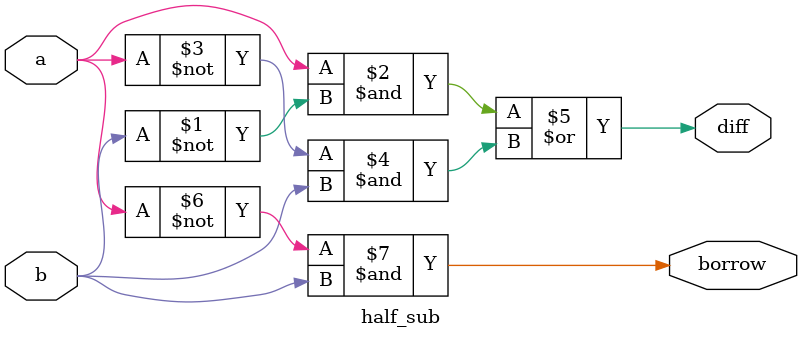
<source format=v>
module half_sub
(
   input wire a,b,
   output wire diff,borrow
);
assign diff=(a&~b)|(~a&b);
assign borrow=~a&b;
endmodule

</source>
